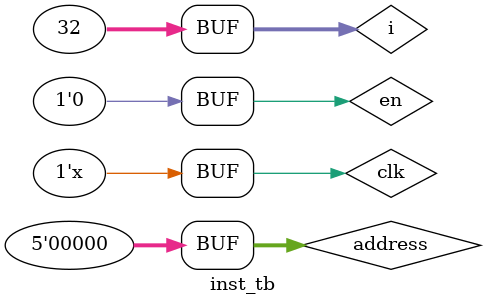
<source format=v>
`timescale 1ns / 1ps


module inst_mem(
    clk,
    data,
    address,
    en

    );
    input clk;
    input [4:0]address;
    input en;
    output [31:0]data;
    
  reg [255:0] mem[31:0];
  reg data1;
  
 always@(posedge clk)
 begin
    if(en==1)
        data1<=mem[address];
    else
        data1<=31'bz;
 end
endmodule
  
module inst_tb;
    reg clk;
    reg en;
    reg [4:0]address;
    wire [31:0]data;
 

 
 inst_mem uut(
 clk,
 data,
 address,
 en
 );
 
  always 
    #5 clk=~clk;
 
 integer i;
 
 
 initial 
 begin
    en=1;
    address=1;
#10;
 //write
for(i=1;i<32;i=i+1)begin
   address=i+1;
 end
en=0;
#20;
    
end
endmodule
 
 
  















</source>
